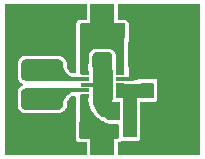
<source format=gtl>
G04*
G04 #@! TF.GenerationSoftware,Altium Limited,Altium Designer,20.0.2 (26)*
G04*
G04 Layer_Physical_Order=1*
G04 Layer_Color=255*
%FSLAX25Y25*%
%MOIN*%
G70*
G01*
G75*
%ADD15R,0.03937X0.03543*%
%ADD16R,0.03150X0.01181*%
%ADD17R,0.06890X0.09843*%
%ADD18R,0.03543X0.03937*%
%ADD19R,0.07087X0.04331*%
%ADD20R,0.03347X0.03740*%
%ADD28C,0.01181*%
%ADD29C,0.07874*%
%ADD30R,0.08000X0.09000*%
%ADD31R,0.08000X0.14000*%
%ADD32R,0.04500X0.15500*%
%ADD33R,0.12500X0.05000*%
%ADD34R,0.03000X0.14000*%
%ADD35R,0.13000X0.05000*%
%ADD36R,0.03000X0.17000*%
%ADD37R,0.14500X0.04000*%
%ADD38C,0.02362*%
G36*
X408584Y299222D02*
X408722Y299084D01*
X408902Y299010D01*
X409000Y299000D01*
X421000D01*
Y287401D01*
X420924Y287217D01*
X420783Y287076D01*
X420599Y287000D01*
X419000D01*
Y289500D01*
X418952Y289988D01*
X418579Y290889D01*
X417889Y291579D01*
X416988Y291952D01*
X416500Y292000D01*
X412500D01*
X412012Y291952D01*
X411847Y291884D01*
X411847Y291884D01*
X411111Y291579D01*
X410421Y290889D01*
X410048Y289988D01*
X410006Y289559D01*
Y289559D01*
X410000Y289500D01*
Y289441D01*
X410000Y289441D01*
X410000D01*
Y287000D01*
X407500D01*
Y298699D01*
X407652Y299066D01*
X407934Y299348D01*
X408009Y299379D01*
X408086Y299383D01*
X408584Y299222D01*
D02*
G37*
G36*
X409296Y301704D02*
X407000D01*
X406539Y301613D01*
X406148Y301351D01*
X405887Y300961D01*
X405826Y300650D01*
X405705D01*
Y294350D01*
X405796D01*
Y283838D01*
X405736D01*
X405736Y283838D01*
X404672D01*
X404185Y284039D01*
X403730Y284343D01*
X403343Y284730D01*
X403040Y285185D01*
X402830Y285690D01*
X402718Y286256D01*
X402704Y286530D01*
Y286779D01*
X402704Y286779D01*
X402681Y286896D01*
Y287014D01*
X402636Y287242D01*
X402590Y287352D01*
X402567Y287468D01*
X402353Y287984D01*
X402288Y288083D01*
X402242Y288192D01*
X402113Y288386D01*
X402029Y288470D01*
X401963Y288568D01*
X401568Y288963D01*
X401470Y289029D01*
X401386Y289113D01*
X401192Y289242D01*
X401083Y289288D01*
X400984Y289353D01*
X400468Y289567D01*
X400352Y289590D01*
X400242Y289636D01*
X400014Y289681D01*
X399896D01*
X399779Y289704D01*
X388820D01*
X388704Y289681D01*
X388585D01*
X388357Y289636D01*
X388247Y289590D01*
X388131Y289567D01*
X387799Y289430D01*
X387700Y289364D01*
X387591Y289318D01*
X387397Y289189D01*
X387314Y289105D01*
X387215Y289039D01*
X386961Y288785D01*
X386895Y288686D01*
X386811Y288603D01*
X386682Y288409D01*
X386636Y288300D01*
X386570Y288201D01*
X386433Y287869D01*
X386410Y287752D01*
X386364Y287643D01*
X386319Y287415D01*
X386319Y287296D01*
X386296Y287180D01*
Y282420D01*
X386319Y282303D01*
Y282185D01*
X386364Y281957D01*
X386410Y281847D01*
X386433Y281731D01*
X386494Y281582D01*
X386560Y281484D01*
X386606Y281374D01*
X386735Y281181D01*
X386819Y281097D01*
X386885Y280998D01*
X386998Y280885D01*
X387097Y280819D01*
X387181Y280735D01*
X387374Y280606D01*
X387484Y280560D01*
X387582Y280494D01*
X387731Y280433D01*
X387821Y280415D01*
X387914Y280382D01*
X387957Y280364D01*
X388187Y279867D01*
X388188Y279819D01*
X388185Y279807D01*
X387957Y279762D01*
X387847Y279716D01*
X387731Y279693D01*
X387582Y279632D01*
X387484Y279566D01*
X387374Y279520D01*
X387181Y279391D01*
X387119Y279330D01*
X387104Y279323D01*
X387075Y279293D01*
X386998Y279241D01*
X386949Y279192D01*
X386883Y279094D01*
X386848Y279059D01*
X386844Y279048D01*
X386781Y278981D01*
X386526Y278575D01*
X386510Y278535D01*
X386483Y278502D01*
X386427Y278317D01*
X386358Y278136D01*
X386359Y278093D01*
X386347Y278052D01*
X386301Y277590D01*
X386307Y277531D01*
X386296Y277472D01*
Y272946D01*
X386319Y272830D01*
Y272711D01*
X386364Y272483D01*
X386410Y272374D01*
X386433Y272257D01*
X386570Y271925D01*
X386636Y271826D01*
X386682Y271717D01*
X386811Y271523D01*
X386895Y271440D01*
X386961Y271341D01*
X387215Y271087D01*
X387314Y271021D01*
X387397Y270937D01*
X387591Y270808D01*
X387700Y270762D01*
X387799Y270696D01*
X388131Y270559D01*
X388248Y270536D01*
X388357Y270490D01*
X388585Y270445D01*
X388704Y270445D01*
X388820Y270422D01*
X399779D01*
X399896Y270445D01*
X400014D01*
X400242Y270490D01*
X400352Y270536D01*
X400468Y270559D01*
X400984Y270773D01*
X401083Y270838D01*
X401192Y270884D01*
X401386Y271013D01*
X401470Y271097D01*
X401568Y271163D01*
X401963Y271558D01*
X402029Y271656D01*
X402113Y271740D01*
X402242Y271934D01*
X402288Y272043D01*
X402353Y272142D01*
X402567Y272658D01*
X402590Y272774D01*
X402636Y272884D01*
X402681Y273112D01*
Y273230D01*
X402704Y273347D01*
Y273596D01*
X402704Y273596D01*
X402704Y273597D01*
X402718Y273870D01*
X402830Y274436D01*
X403040Y274941D01*
X403343Y275396D01*
X403730Y275783D01*
X404185Y276086D01*
X404672Y276288D01*
X405293D01*
X405785Y275811D01*
X405787Y275788D01*
X405700Y268777D01*
X405622Y262486D01*
X405645Y262365D01*
X405644Y262243D01*
X405664Y262136D01*
X405699Y262051D01*
X405705Y262013D01*
Y261350D01*
X406013D01*
X406148Y261149D01*
X406539Y260887D01*
X407000Y260796D01*
X407187D01*
X407187Y260796D01*
X409296D01*
Y256500D01*
X382000D01*
Y307000D01*
X409296D01*
Y301704D01*
D02*
G37*
G36*
X399891Y288478D02*
X399891Y288478D01*
X400007Y288455D01*
X400117Y288409D01*
X400117Y288409D01*
X400523Y288241D01*
X400523Y288241D01*
X400717Y288112D01*
X401112Y287717D01*
X401241Y287523D01*
X401455Y287007D01*
X401500Y286779D01*
X401500Y286779D01*
X401500D01*
Y286500D01*
X401519Y286108D01*
X401537Y286021D01*
Y286021D01*
X401672Y285339D01*
X401972Y284614D01*
X402408Y283962D01*
X402962Y283408D01*
X403061Y283342D01*
X403061Y283342D01*
X403614Y282972D01*
X404339Y282672D01*
X405108Y282519D01*
X405500Y282500D01*
X405546D01*
X405694Y282396D01*
X405781Y281789D01*
X405572Y281500D01*
X388347D01*
X388343Y281501D01*
X388316Y281517D01*
X388222Y281550D01*
X388157Y281560D01*
X388043Y281607D01*
X387850Y281736D01*
X387736Y281850D01*
X387670Y281948D01*
X387670Y281948D01*
X387607Y282043D01*
X387607Y282043D01*
X387545Y282191D01*
X387500Y282420D01*
Y287180D01*
X387545Y287408D01*
X387683Y287740D01*
X387746Y287835D01*
X387746Y287835D01*
X387812Y287934D01*
X387896Y288017D01*
X387896Y288017D01*
X388067Y288188D01*
X388260Y288317D01*
X388592Y288455D01*
X388820Y288500D01*
X399779D01*
X399891Y288478D01*
D02*
G37*
G36*
X405572Y278626D02*
X405933Y278291D01*
Y278126D01*
X405546Y277626D01*
X405500D01*
X405108Y277607D01*
X404339Y277454D01*
X403614Y277154D01*
X402962Y276718D01*
X402408Y276164D01*
X402342Y276065D01*
X402342Y276065D01*
X401972Y275512D01*
X401672Y274787D01*
X401519Y274018D01*
X401500Y273626D01*
Y273596D01*
X401500Y273596D01*
X401500D01*
Y273347D01*
X401478Y273235D01*
X401478Y273235D01*
X401455Y273119D01*
X401409Y273009D01*
X401409Y273009D01*
X401241Y272603D01*
X401241Y272603D01*
X401112Y272409D01*
X400717Y272014D01*
X400618Y271948D01*
X400618Y271948D01*
X400523Y271885D01*
X400007Y271671D01*
X399891Y271648D01*
X399891Y271648D01*
X399779Y271626D01*
X388820D01*
X388592Y271671D01*
X388260Y271809D01*
X388165Y271872D01*
X388165Y271872D01*
X388066Y271938D01*
X387983Y272022D01*
X387983Y272022D01*
X387812Y272193D01*
X387683Y272386D01*
X387545Y272718D01*
X387500Y272946D01*
Y277472D01*
X387537Y277847D01*
X387552Y277887D01*
X387559Y277930D01*
X387580Y277967D01*
X387801Y278341D01*
X388211Y278584D01*
X388308Y278604D01*
X388308Y278604D01*
X388420Y278626D01*
X405572D01*
D02*
G37*
G36*
X416692Y290771D02*
X417207Y290558D01*
X417558Y290207D01*
X417771Y289692D01*
X417796Y289441D01*
X417796Y289441D01*
Y285772D01*
X417744D01*
Y282228D01*
X417744D01*
Y281835D01*
X417744D01*
Y278291D01*
Y274354D01*
X418706D01*
X419000Y274296D01*
X420296D01*
Y268447D01*
X420000Y268204D01*
X417286D01*
X416406Y268399D01*
X416203Y268703D01*
X415422Y269225D01*
X414500Y269408D01*
X414362Y269381D01*
X413669Y269867D01*
X412663Y270918D01*
X411881Y272144D01*
X411342Y273528D01*
X411268Y273854D01*
X411445Y274354D01*
X411445D01*
Y276323D01*
Y279866D01*
X411445D01*
Y280260D01*
X411445D01*
Y282228D01*
Y285772D01*
X411204D01*
Y289441D01*
X411204Y289441D01*
X411204Y289441D01*
X411229Y289692D01*
X411442Y290207D01*
X411793Y290558D01*
X412308Y290771D01*
X412559Y290796D01*
X416441D01*
X416692Y290771D01*
D02*
G37*
G36*
X408133Y276196D02*
X408696Y275633D01*
X409000Y274898D01*
X409000Y274500D01*
X409615Y274500D01*
X409969Y274146D01*
Y273961D01*
X410009D01*
X410188Y273174D01*
X410801Y271597D01*
X410865Y271497D01*
X410865Y271497D01*
X411647Y270270D01*
X411647Y270270D01*
X411711Y270170D01*
X412881Y268948D01*
X414267Y267978D01*
X415816Y267297D01*
X417468Y266931D01*
X419160Y266894D01*
X419625Y266953D01*
X420000Y266622D01*
X420000Y262451D01*
X419901Y262300D01*
X419517Y262000D01*
X407331Y262000D01*
X407109Y262097D01*
X406849Y262358D01*
X406827Y262471D01*
X406828Y262586D01*
X406828Y262589D01*
X406864Y265533D01*
X406914Y269579D01*
X406991Y275773D01*
X406991Y275773D01*
X406997Y276288D01*
X407909D01*
X408133Y276196D01*
D02*
G37*
G36*
X447000Y256500D02*
X419704D01*
Y260796D01*
X420000D01*
X420461Y260887D01*
X420852Y261149D01*
X421020Y261400D01*
X421039Y261387D01*
X421500Y261296D01*
X426000D01*
X426461Y261387D01*
X426852Y261649D01*
X427113Y262039D01*
X427204Y262500D01*
Y274296D01*
X431500D01*
X431961Y274387D01*
X432351Y274648D01*
X432613Y275039D01*
X432704Y275500D01*
Y280500D01*
X432650Y280775D01*
Y281795D01*
X426350D01*
Y281704D01*
X423702D01*
X423256Y281835D01*
Y282228D01*
X423256D01*
Y285772D01*
X423204D01*
Y294350D01*
X423295D01*
Y300650D01*
X423174D01*
X423113Y300961D01*
X422852Y301351D01*
X422461Y301613D01*
X422000Y301704D01*
X419704D01*
Y307000D01*
X447000D01*
Y256500D01*
D02*
G37*
D15*
X429500Y284157D02*
D03*
Y278842D02*
D03*
D16*
X408689Y284000D02*
D03*
Y282031D02*
D03*
Y280063D02*
D03*
Y278095D02*
D03*
Y276126D02*
D03*
X420500D02*
D03*
Y278095D02*
D03*
Y280063D02*
D03*
Y282031D02*
D03*
Y284000D02*
D03*
D17*
X414595Y280063D02*
D03*
D18*
X425658Y297500D02*
D03*
X420342D02*
D03*
X403342D02*
D03*
X408658D02*
D03*
Y264500D02*
D03*
X403342D02*
D03*
D19*
X394500Y285118D02*
D03*
Y274882D02*
D03*
D20*
X418382Y264500D02*
D03*
X423500D02*
D03*
D28*
X414000Y296000D02*
X414500Y296500D01*
X424532Y282031D02*
X425216Y282315D01*
X425500Y283000D01*
X429500Y277842D02*
X429248Y278095D01*
X388500Y282500D02*
X388968Y282031D01*
X420500Y282031D02*
X424532D01*
X408689Y280063D02*
X414595D01*
X420500Y278095D02*
X429248D01*
X405736D02*
X408689D01*
X405736Y278095D02*
Y278095D01*
X388968Y278095D02*
X405736D01*
X388968Y282031D02*
X405736D01*
Y282031D01*
X408689D01*
D29*
X414500Y296500D02*
Y303000D01*
D30*
Y261000D02*
D03*
D31*
Y300000D02*
D03*
D32*
X423750Y270250D02*
D03*
D33*
X425250Y278000D02*
D03*
D34*
X408500Y269500D02*
D03*
D35*
X413500Y264500D02*
D03*
D36*
X420500Y292000D02*
D03*
X408500D02*
D03*
D37*
X414750Y298500D02*
D03*
D38*
X437992Y295276D02*
D03*
Y275591D02*
D03*
X433071Y265748D02*
D03*
X398622Y295276D02*
D03*
X393701Y265748D02*
D03*
X388779Y295276D02*
D03*
X383858Y285433D02*
D03*
Y265748D02*
D03*
X414500Y261500D02*
D03*
Y267000D02*
D03*
Y296500D02*
D03*
Y302000D02*
D03*
Y282842D02*
D03*
Y278000D02*
D03*
X398500Y264500D02*
D03*
X434500Y284500D02*
D03*
X425500Y302500D02*
D03*
X403000D02*
D03*
M02*

</source>
